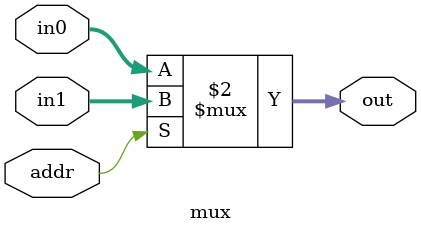
<source format=v>
module mux(in0, in1, addr, out);
	input [3:0] in0, in1; // 输入数据
	input addr; // 地址
	output [3:0] out; // 选择输出

	assign out[3:0] = (addr == 0) ? in0[3:0] : in1[3:0];
endmodule
</source>
